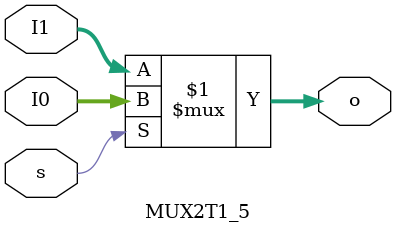
<source format=v>
`timescale 1ns / 1ps
module   MUX2T1_5(input[4:0]I0,
						input[4:0]I1,
						input s,
						output[4:0]o
						 );

	assign o = s?I0:I1;			////5Î»2Ñ¡Ò»,I0¡¢I1¶ÔÓ¦Ñ¡ÔñÍ¨µÀ0¡¢1

endmodule

</source>
